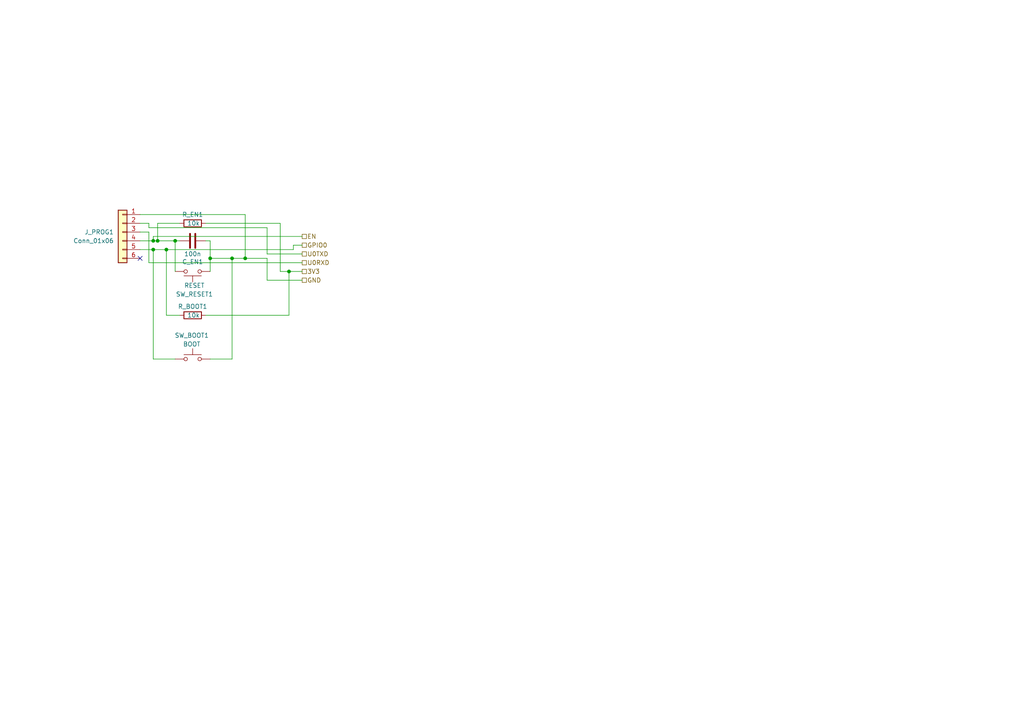
<source format=kicad_sch>
(kicad_sch (version 20250114) (generator "eeschema") (generator_version "9.0")
  (paper "A4")
  (lib_symbols
    (symbol "Connector_Generic:Conn_01x06" (pin_names (offset 1.016) (hide yes))
      (property "Reference" "J" (at 0 7.62 0))
      (property "Value" "Conn_01x06" (at 0 -10.16 0))
      (symbol "Conn_01x06_1_1"
        (rectangle (start -1.27 6.35) (end 1.27 -8.89) (stroke (width 0.254)) (fill (type background)))
        (rectangle (start -1.27 5.207) (end 0 4.953) (stroke (width 0.1524)))
        (rectangle (start -1.27 2.667) (end 0 2.413) (stroke (width 0.1524)))
        (rectangle (start -1.27 0.127) (end 0 -0.127) (stroke (width 0.1524)))
        (rectangle (start -1.27 -2.413) (end 0 -2.667) (stroke (width 0.1524)))
        (rectangle (start -1.27 -4.953) (end 0 -5.207) (stroke (width 0.1524)))
        (rectangle (start -1.27 -7.493) (end 0 -7.747) (stroke (width 0.1524)))
        (pin passive line (at -5.08 5.08 0) (length 3.81) (name "Pin_1") (number "1"))
        (pin passive line (at -5.08 2.54 0) (length 3.81) (name "Pin_2") (number "2"))
        (pin passive line (at -5.08 0 0) (length 3.81) (name "Pin_3") (number "3"))
        (pin passive line (at -5.08 -2.54 0) (length 3.81) (name "Pin_4") (number "4"))
        (pin passive line (at -5.08 -5.08 0) (length 3.81) (name "Pin_5") (number "5"))
        (pin passive line (at -5.08 -7.62 0) (length 3.81) (name "Pin_6") (number "6"))
      )
    )
    (symbol "Device:C" (pin_numbers (hide yes)) (pin_names (offset 0.254))
      (property "Reference" "C" (at 0.635 2.54 0))
      (property "Value" "C" (at 0.635 -2.54 0))
      (symbol "C_0_1"
        (polyline (pts (xy -2.032 0.762) (xy 2.032 0.762)) (stroke (width 0.508)))
        (polyline (pts (xy -2.032 -0.762) (xy 2.032 -0.762)) (stroke (width 0.508)))
      )
      (symbol "C_1_1"
        (pin passive line (at 0 3.81 270) (length 2.794) (name "~") (number "1"))
        (pin passive line (at 0 -3.81 90) (length 2.794) (name "~") (number "2"))
      )
    )
    (symbol "Device:R" (pin_numbers (hide yes)) (pin_names (offset 0))
      (property "Reference" "R" (at 2.032 0 90))
      (property "Value" "R" (at 0 0 90))
      (symbol "R_0_1"
        (rectangle (start -1.016 -2.54) (end 1.016 2.54) (stroke (width 0.254)))
      )
      (symbol "R_1_1"
        (pin passive line (at 0 3.81 270) (length 1.27) (name "~") (number "1"))
        (pin passive line (at 0 -3.81 90) (length 1.27) (name "~") (number "2"))
      )
    )
    (symbol "Switch:SW_Push" (pin_numbers (hide yes)) (pin_names (offset 1.016) (hide yes))
      (property "Reference" "SW" (at 1.27 2.54 0))
      (property "Value" "SW_Push" (at 0 -1.524 0))
      (symbol "SW_Push_0_1"
        (circle (center -2.032 0) (radius 0.508))
        (polyline (pts (xy 0 1.27) (xy 0 3.048)))
        (circle (center 2.032 0) (radius 0.508))
        (polyline (pts (xy 2.54 1.27) (xy -2.54 1.27)))
        (pin passive line (at -5.08 0 0) (length 2.54) (name "1") (number "1"))
        (pin passive line (at 5.08 0 180) (length 2.54) (name "2") (number "2"))
      )
    )
  )
  (junction (at 44.45 72.39))
  (junction (at 67.31 74.93))
  (junction (at 71.12 74.93))
  (junction (at 50.8 69.85))
  (junction (at 44.45 69.85))
  (junction (at 83.82 78.74))
  (junction (at 60.96 74.93))
  (junction (at 48.26 72.39))
  (junction (at 45.72 69.85))
  (no_connect (at 40.64 74.93))
  (wire (pts (xy 85.09 72.39) (xy 85.09 71.12)))
  (wire (pts (xy 44.45 72.39) (xy 48.26 72.39)))
  (wire (pts (xy 81.28 64.77) (xy 81.28 78.74)))
  (wire (pts (xy 48.26 72.39) (xy 85.09 72.39)))
  (wire (pts (xy 77.47 74.93) (xy 71.12 74.93)))
  (wire (pts (xy 44.45 69.85) (xy 45.72 69.85)))
  (wire (pts (xy 59.69 91.44) (xy 83.82 91.44)))
  (wire (pts (xy 43.18 67.31) (xy 40.64 67.31)))
  (wire (pts (xy 43.18 64.77) (xy 43.18 66.04)))
  (wire (pts (xy 50.8 104.14) (xy 44.45 104.14)))
  (wire (pts (xy 71.12 74.93) (xy 67.31 74.93)))
  (wire (pts (xy 48.26 72.39) (xy 48.26 91.44)))
  (wire (pts (xy 60.96 74.93) (xy 60.96 69.85)))
  (wire (pts (xy 43.18 76.2) (xy 43.18 67.31)))
  (wire (pts (xy 43.18 66.04) (xy 77.47 66.04)))
  (wire (pts (xy 77.47 66.04) (xy 77.47 73.66)))
  (wire (pts (xy 50.8 78.74) (xy 50.8 69.85)))
  (wire (pts (xy 67.31 74.93) (xy 60.96 74.93)))
  (wire (pts (xy 87.63 81.28) (xy 77.47 81.28)))
  (wire (pts (xy 50.8 69.85) (xy 52.07 69.85)))
  (wire (pts (xy 77.47 73.66) (xy 87.63 73.66)))
  (wire (pts (xy 85.09 71.12) (xy 87.63 71.12)))
  (wire (pts (xy 77.47 81.28) (xy 77.47 74.93)))
  (wire (pts (xy 60.96 69.85) (xy 59.69 69.85)))
  (wire (pts (xy 83.82 91.44) (xy 83.82 78.74)))
  (wire (pts (xy 67.31 104.14) (xy 67.31 74.93)))
  (wire (pts (xy 87.63 76.2) (xy 43.18 76.2)))
  (wire (pts (xy 40.64 69.85) (xy 44.45 69.85)))
  (wire (pts (xy 45.72 69.85) (xy 45.72 64.77)))
  (wire (pts (xy 87.63 68.58) (xy 44.45 68.58)))
  (wire (pts (xy 40.64 62.23) (xy 71.12 62.23)))
  (wire (pts (xy 60.96 78.74) (xy 60.96 74.93)))
  (wire (pts (xy 59.69 64.77) (xy 81.28 64.77)))
  (wire (pts (xy 48.26 91.44) (xy 52.07 91.44)))
  (wire (pts (xy 45.72 64.77) (xy 52.07 64.77)))
  (wire (pts (xy 45.72 69.85) (xy 50.8 69.85)))
  (wire (pts (xy 40.64 72.39) (xy 44.45 72.39)))
  (wire (pts (xy 60.96 104.14) (xy 67.31 104.14)))
  (wire (pts (xy 44.45 104.14) (xy 44.45 72.39)))
  (wire (pts (xy 44.45 68.58) (xy 44.45 69.85)))
  (wire (pts (xy 40.64 64.77) (xy 43.18 64.77)))
  (wire (pts (xy 71.12 62.23) (xy 71.12 74.93)))
  (wire (pts (xy 81.28 78.74) (xy 83.82 78.74)))
  (wire (pts (xy 83.82 78.74) (xy 87.63 78.74)))
  (hierarchical_label "U0RXD" (shape passive) (at 87.63 76.2 0))
  (hierarchical_label "3V3" (shape passive) (at 87.63 78.74 0))
  (hierarchical_label "U0TXD" (shape passive) (at 87.63 73.66 0))
  (hierarchical_label "EN" (shape passive) (at 87.63 68.58 0))
  (hierarchical_label "GND" (shape passive) (at 87.63 81.28 0))
  (hierarchical_label "GPIO0" (shape passive) (at 87.63 71.12 0))
  (symbol (lib_id "Device:R") (at 55.88 91.44 90) (unit 1)
    (property "Reference" "R_BOOT1" (at 55.88 88.9 90))
    (property "Value" "10k" (at 56.134 91.44 90))
    (property "Footprint" "Resistor_SMD:R_0603_1608Metric" (effects (hide yes)))
    (property "Description" "Resistor" (effects (hide yes)))
  )
  (symbol (lib_id "Connector_Generic:Conn_01x06") (at 35.56 67.31 0) (mirror y) (unit 1) (exclude_from_sim yes)
    (property "Reference" "J_PROG1" (at 33.02 67.3099 0) (effects (justify left)))
    (property "Value" "Conn_01x06" (at 33.02 69.8499 0) (effects (justify left)))
    (property "Footprint" "Connector_PinHeader_2.54mm:PinHeader_1x06_P2.54mm_Vertical" (effects (hide yes)))
    (property "Description" "Generic connector, single row, 01x06, script generated (kicad-library-utils/schlib/autogen/connector/)" (effects (hide yes)))
  )
  (symbol (lib_id "Switch:SW_Push") (at 55.88 104.14 0) (unit 1) (exclude_from_sim yes)
    (property "Reference" "SW_BOOT1" (at 55.626 97.282 0))
    (property "Value" "BOOT" (at 55.626 99.822 0))
    (property "Footprint" "Button_Switch_SMD:SW_SPST_TL3342" (effects (hide yes)))
    (property "Description" "Push button switch, generic, two pins" (effects (hide yes)))
  )
  (symbol (lib_id "Device:C") (at 55.88 69.85 270) (mirror x) (unit 1)
    (property "Reference" "C_EN1" (at 55.88 75.946 90))
    (property "Value" "100n" (at 55.88 73.66 90))
    (property "Footprint" "Capacitor_SMD:C_0603_1608Metric" (effects (hide yes)))
    (property "Description" "Unpolarized capacitor" (effects (hide yes)))
  )
  (symbol (lib_id "Device:R") (at 55.88 64.77 90) (unit 1)
    (property "Reference" "R_EN1" (at 55.88 62.23 90))
    (property "Value" "10k" (at 56.134 64.77 90))
    (property "Footprint" "Resistor_SMD:R_0603_1608Metric" (effects (hide yes)))
    (property "Description" "Resistor" (effects (hide yes)))
  )
  (symbol (lib_id "Switch:SW_Push") (at 55.88 78.74 0) (mirror x) (unit 1) (exclude_from_sim yes)
    (property "Reference" "SW_RESET1" (at 56.388 85.344 0))
    (property "Value" "RESET" (at 56.388 82.804 0))
    (property "Footprint" "Button_Switch_SMD:SW_SPST_TL3342" (effects (hide yes)))
    (property "Description" "Push button switch, generic, two pins" (effects (hide yes)))
  )
)
</source>
